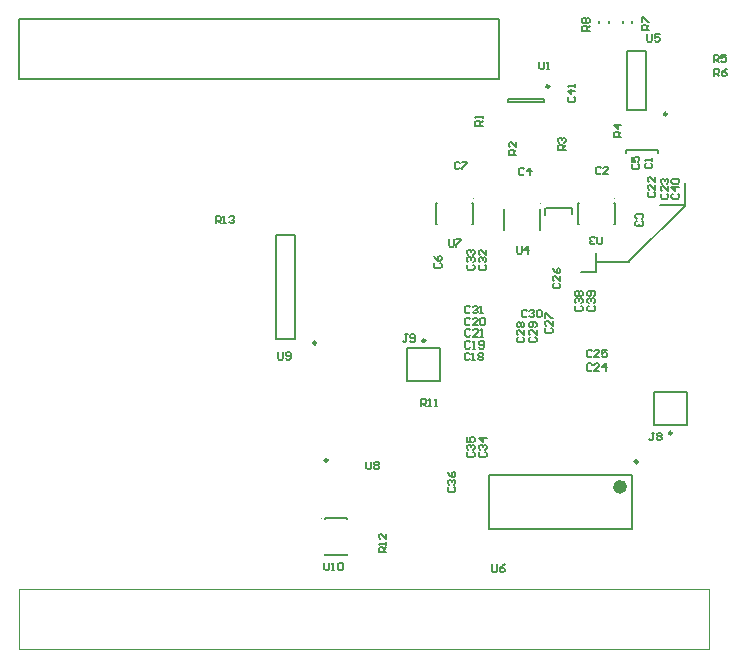
<source format=gto>
%FSLAX25Y25*%
%MOIN*%
G70*
G01*
G75*
G04 Layer_Color=65535*
%ADD10R,0.02362X0.01969*%
%ADD11R,0.01969X0.02362*%
%ADD12R,0.03937X0.03937*%
%ADD13R,0.02756X0.05118*%
%ADD14O,0.09843X0.02756*%
%ADD15O,0.00984X0.08709*%
%ADD16R,0.02165X0.05709*%
%ADD17R,0.02165X0.05709*%
%ADD18R,0.05709X0.02165*%
%ADD19R,0.05709X0.02165*%
%ADD20R,0.05500X0.05500*%
%ADD21C,0.00600*%
%ADD22C,0.01000*%
%ADD23R,0.04016X0.47795*%
%ADD24R,0.19930X0.02835*%
%ADD25R,0.05709X0.11535*%
%ADD26R,0.11693X0.05748*%
%ADD27R,0.09685X0.11614*%
%ADD28R,0.10354X0.24724*%
%ADD29R,0.03976X0.38622*%
%ADD30R,0.07756X0.05591*%
%ADD31R,0.02795X0.25433*%
%ADD32R,0.11102X0.04685*%
%ADD33R,0.22165X0.17244*%
%ADD34R,0.18858X0.15748*%
%ADD35R,0.03150X0.09449*%
%ADD36R,0.06299X0.06299*%
%ADD37R,0.04331X0.03937*%
%ADD38R,0.14756X0.04150*%
%ADD39C,0.04000*%
%ADD40C,0.05906*%
%ADD41R,0.05906X0.05906*%
%ADD42R,0.06000X0.06000*%
%ADD43C,0.06000*%
%ADD44C,0.02400*%
%ADD45C,0.01181*%
%ADD46C,0.03600*%
%ADD47R,0.06102X0.05512*%
%ADD48C,0.01969*%
%ADD49R,0.06732X0.10591*%
%ADD50R,0.03740X0.01811*%
%ADD51R,0.01614X0.03150*%
%ADD52R,0.01811X0.06772*%
%ADD53R,0.04134X0.15748*%
%ADD54R,0.05118X0.03150*%
%ADD55R,0.10827X0.05079*%
%ADD56R,0.04764X0.03898*%
%ADD57R,0.07559X0.05039*%
%ADD58R,0.07323X0.08110*%
%ADD59R,0.08425X0.10433*%
%ADD60R,0.04882X0.04803*%
%ADD61R,0.07008X0.05315*%
%ADD62R,0.03701X0.18425*%
%ADD63R,0.06299X0.10630*%
%ADD64R,0.04724X0.02362*%
%ADD65R,0.06299X0.01969*%
%ADD66R,0.12165X0.03661*%
%ADD67R,0.14488X0.02402*%
%ADD68R,0.05236X0.01969*%
%ADD69R,0.14724X0.11417*%
%ADD70C,0.00984*%
%ADD71C,0.02362*%
%ADD72C,0.00394*%
%ADD73C,0.00787*%
%ADD74C,0.00100*%
%ADD75C,0.00800*%
%ADD76C,0.00500*%
D21*
X182200Y151100D02*
Y153000D01*
X182600Y153400D01*
X191000D01*
X191500Y152900D01*
Y151200D02*
Y152900D01*
X194300Y132000D02*
X199376D01*
X199479Y132103D01*
Y138409D01*
X199800Y135200D02*
X210200D01*
X228900Y154200D02*
Y161638D01*
X220700Y154200D02*
X228900D01*
X209500Y171500D02*
Y172800D01*
X220000D01*
Y171500D02*
Y172800D01*
X210180Y135220D02*
X228900Y153939D01*
X160782Y71965D02*
X160366Y71549D01*
Y70716D01*
X160782Y70299D01*
X162449D01*
X162865Y70716D01*
Y71549D01*
X162449Y71965D01*
X160782Y72798D02*
X160366Y73215D01*
Y74048D01*
X160782Y74464D01*
X161199D01*
X161615Y74048D01*
Y73631D01*
Y74048D01*
X162032Y74464D01*
X162449D01*
X162865Y74048D01*
Y73215D01*
X162449Y72798D01*
X162865Y76547D02*
X160366D01*
X161615Y75297D01*
Y76964D01*
D70*
X183760Y193858D02*
G03*
X183760Y193858I-492J0D01*
G01*
X223012Y184615D02*
G03*
X223012Y184615I-492J0D01*
G01*
X106074Y108315D02*
G03*
X106074Y108315I-492J0D01*
G01*
X213259Y68724D02*
G03*
X213259Y68724I-492J0D01*
G01*
X142491Y109079D02*
G03*
X142491Y109079I-492J0D01*
G01*
X224692Y78269D02*
G03*
X224692Y78269I-492J0D01*
G01*
X109880Y69190D02*
G03*
X109880Y69190I-492J0D01*
G01*
D71*
X208534Y60358D02*
G03*
X208534Y60358I-1181J0D01*
G01*
D72*
X205680Y156519D02*
G03*
X205680Y156519I-197J0D01*
G01*
X180877Y154685D02*
G03*
X180877Y154685I-197J0D01*
G01*
X158436Y156519D02*
G03*
X158436Y156519I-197J0D01*
G01*
X107737Y49808D02*
G03*
X107737Y49808I-197J0D01*
G01*
D73*
X7000Y216297D02*
X167000D01*
X7000Y196297D02*
X167000D01*
X7000D02*
Y216297D01*
X167000Y196297D02*
Y216297D01*
X211496Y214910D02*
Y215698D01*
X208347Y214910D02*
Y215698D01*
X203633Y214847D02*
Y215634D01*
X200484Y214847D02*
Y215634D01*
X182087Y188543D02*
Y189724D01*
X169882Y188543D02*
Y189724D01*
X182087D01*
X169882Y188543D02*
X182087D01*
X209725Y205500D02*
X216024D01*
X209725Y185815D02*
X216024D01*
X209725D02*
Y205500D01*
X216024Y185815D02*
Y205500D01*
X99085Y109535D02*
Y144181D01*
X92786Y109535D02*
Y144181D01*
Y109535D02*
X99085D01*
X92786Y144181D02*
X99085D01*
X163652Y46224D02*
Y64295D01*
X211290Y46224D02*
Y64295D01*
X163652Y46224D02*
X211290D01*
X163652Y64295D02*
X211290D01*
X193377Y154945D02*
X193574D01*
X193377Y147858D02*
X193574D01*
X205385Y154945D02*
X205581D01*
X205385Y147858D02*
X205581D01*
Y154945D01*
X193377Y147858D02*
Y154945D01*
X168574Y153110D02*
X168771D01*
X168574Y146024D02*
X168771D01*
X180581Y153110D02*
X180778D01*
X180581Y146024D02*
X180778D01*
Y153110D01*
X168574Y146024D02*
Y153110D01*
X146133Y154945D02*
X146330D01*
X146133Y147858D02*
X146330D01*
X158141Y154945D02*
X158337D01*
X158141Y147858D02*
X158337D01*
Y154945D01*
X146133Y147858D02*
Y154945D01*
X136487Y95496D02*
Y106519D01*
X136487Y95496D02*
X147511D01*
Y106519D01*
X136487Y106519D02*
X147511D01*
X109115Y37701D02*
Y37898D01*
X116202Y37701D02*
Y37898D01*
X109115Y49709D02*
Y49906D01*
X116202Y49709D02*
Y49906D01*
X109115D02*
X116202D01*
X109115Y37701D02*
X116202D01*
X229712Y80828D02*
Y91851D01*
X218688Y91851D02*
X229712D01*
X218688Y80828D02*
Y91851D01*
X218688Y80828D02*
X229712D01*
D74*
X7000Y26297D02*
X17000D01*
X7000Y6297D02*
Y26297D01*
Y6297D02*
X17000D01*
X237000D01*
Y26297D01*
X17000D02*
X237000D01*
D75*
X176272Y118972D02*
X175856Y119389D01*
X175023D01*
X174606Y118972D01*
Y117306D01*
X175023Y116890D01*
X175856D01*
X176272Y117306D01*
X177105Y118972D02*
X177522Y119389D01*
X178355D01*
X178772Y118972D01*
Y118556D01*
X178355Y118139D01*
X177939D01*
X178355D01*
X178772Y117723D01*
Y117306D01*
X178355Y116890D01*
X177522D01*
X177105Y117306D01*
X179605Y118972D02*
X180021Y119389D01*
X180854D01*
X181271Y118972D01*
Y117306D01*
X180854Y116890D01*
X180021D01*
X179605Y117306D01*
Y118972D01*
X190317Y190366D02*
X189901Y189950D01*
Y189117D01*
X190317Y188700D01*
X191983D01*
X192400Y189117D01*
Y189950D01*
X191983Y190366D01*
X192400Y192449D02*
X189901D01*
X191150Y191199D01*
Y192865D01*
X192400Y193698D02*
Y194531D01*
Y194115D01*
X189901D01*
X190317Y193698D01*
X216400Y211299D02*
Y209216D01*
X216816Y208800D01*
X217650D01*
X218066Y209216D01*
Y211299D01*
X220565D02*
X218899D01*
Y210050D01*
X219732Y210466D01*
X220149D01*
X220565Y210050D01*
Y209216D01*
X220149Y208800D01*
X219316D01*
X218899Y209216D01*
X201448Y143664D02*
Y141582D01*
X201031Y141165D01*
X200198D01*
X199782Y141582D01*
Y143664D01*
X198949Y143248D02*
X198532Y143664D01*
X197699D01*
X197282Y143248D01*
Y142831D01*
X197699Y142415D01*
X198115D01*
X197699D01*
X197282Y141998D01*
Y141582D01*
X197699Y141165D01*
X198532D01*
X198949Y141582D01*
X172800Y171000D02*
X170301D01*
Y172250D01*
X170717Y172666D01*
X171550D01*
X171967Y172250D01*
Y171000D01*
Y171833D02*
X172800Y172666D01*
Y175165D02*
Y173499D01*
X171134Y175165D01*
X170717D01*
X170301Y174749D01*
Y173916D01*
X170717Y173499D01*
X153901Y168283D02*
X153485Y168699D01*
X152652D01*
X152235Y168283D01*
Y166616D01*
X152652Y166200D01*
X153485D01*
X153901Y166616D01*
X154734Y168699D02*
X156400D01*
Y168283D01*
X154734Y166616D01*
Y166200D01*
X145817Y134966D02*
X145401Y134550D01*
Y133716D01*
X145817Y133300D01*
X147484D01*
X147900Y133716D01*
Y134550D01*
X147484Y134966D01*
X145401Y137465D02*
X145817Y136632D01*
X146650Y135799D01*
X147484D01*
X147900Y136216D01*
Y137049D01*
X147484Y137465D01*
X147067D01*
X146650Y137049D01*
Y135799D01*
X211617Y167966D02*
X211201Y167550D01*
Y166717D01*
X211617Y166300D01*
X213283D01*
X213700Y166717D01*
Y167550D01*
X213283Y167966D01*
X211201Y170465D02*
Y168799D01*
X212450D01*
X212034Y169632D01*
Y170049D01*
X212450Y170465D01*
X213283D01*
X213700Y170049D01*
Y169216D01*
X213283Y168799D01*
X175366Y166383D02*
X174950Y166799D01*
X174117D01*
X173700Y166383D01*
Y164716D01*
X174117Y164300D01*
X174950D01*
X175366Y164716D01*
X177449Y164300D02*
Y166799D01*
X176199Y165550D01*
X177865D01*
X214554Y149735D02*
X214970Y150152D01*
Y150985D01*
X214554Y151401D01*
X212888D01*
X212471Y150985D01*
Y150152D01*
X212888Y149735D01*
X214554Y148902D02*
X214970Y148486D01*
Y147653D01*
X214554Y147236D01*
X214137D01*
X213721Y147653D01*
Y148069D01*
Y147653D01*
X213304Y147236D01*
X212888D01*
X212471Y147653D01*
Y148486D01*
X212888Y148902D01*
X200966Y166683D02*
X200550Y167099D01*
X199716D01*
X199300Y166683D01*
Y165016D01*
X199716Y164600D01*
X200550D01*
X200966Y165016D01*
X203465Y164600D02*
X201799D01*
X203465Y166266D01*
Y166683D01*
X203049Y167099D01*
X202216D01*
X201799Y166683D01*
X216017Y168166D02*
X215601Y167750D01*
Y166917D01*
X216017Y166500D01*
X217684D01*
X218100Y166917D01*
Y167750D01*
X217684Y168166D01*
X218100Y168999D02*
Y169832D01*
Y169416D01*
X215601D01*
X216017Y168999D01*
X72600Y148200D02*
Y150699D01*
X73850D01*
X74266Y150283D01*
Y149450D01*
X73850Y149033D01*
X72600D01*
X73433D02*
X74266Y148200D01*
X75099D02*
X75932D01*
X75516D01*
Y150699D01*
X75099Y150283D01*
X77182D02*
X77598Y150699D01*
X78431D01*
X78848Y150283D01*
Y149866D01*
X78431Y149450D01*
X78015D01*
X78431D01*
X78848Y149033D01*
Y148617D01*
X78431Y148200D01*
X77598D01*
X77182Y148617D01*
X129400Y38500D02*
X126901D01*
Y39750D01*
X127317Y40166D01*
X128150D01*
X128567Y39750D01*
Y38500D01*
Y39333D02*
X129400Y40166D01*
Y40999D02*
Y41832D01*
Y41416D01*
X126901D01*
X127317Y40999D01*
X129400Y44748D02*
Y43082D01*
X127734Y44748D01*
X127317D01*
X126901Y44331D01*
Y43498D01*
X127317Y43082D01*
X141000Y87200D02*
Y89699D01*
X142250D01*
X142666Y89283D01*
Y88450D01*
X142250Y88033D01*
X141000D01*
X141833D02*
X142666Y87200D01*
X143499D02*
X144332D01*
X143916D01*
Y89699D01*
X143499Y89283D01*
X145582Y87200D02*
X146415D01*
X145998D01*
Y89699D01*
X145582Y89283D01*
X224917Y158066D02*
X224501Y157650D01*
Y156816D01*
X224917Y156400D01*
X226584D01*
X227000Y156816D01*
Y157650D01*
X226584Y158066D01*
X227000Y160149D02*
X224501D01*
X225750Y158899D01*
Y160565D01*
X224917Y161398D02*
X224501Y161815D01*
Y162648D01*
X224917Y163065D01*
X226584D01*
X227000Y162648D01*
Y161815D01*
X226584Y161398D01*
X224917D01*
X196917Y120666D02*
X196501Y120250D01*
Y119416D01*
X196917Y119000D01*
X198583D01*
X199000Y119416D01*
Y120250D01*
X198583Y120666D01*
X196917Y121499D02*
X196501Y121916D01*
Y122749D01*
X196917Y123165D01*
X197334D01*
X197750Y122749D01*
Y122332D01*
Y122749D01*
X198167Y123165D01*
X198583D01*
X199000Y122749D01*
Y121916D01*
X198583Y121499D01*
Y123998D02*
X199000Y124415D01*
Y125248D01*
X198583Y125664D01*
X196917D01*
X196501Y125248D01*
Y124415D01*
X196917Y123998D01*
X197334D01*
X197750Y124415D01*
Y125664D01*
X192839Y120666D02*
X192422Y120250D01*
Y119416D01*
X192839Y119000D01*
X194505D01*
X194921Y119416D01*
Y120250D01*
X194505Y120666D01*
X192839Y121499D02*
X192422Y121916D01*
Y122749D01*
X192839Y123165D01*
X193255D01*
X193672Y122749D01*
Y122332D01*
Y122749D01*
X194088Y123165D01*
X194505D01*
X194921Y122749D01*
Y121916D01*
X194505Y121499D01*
X192839Y123998D02*
X192422Y124415D01*
Y125248D01*
X192839Y125664D01*
X193255D01*
X193672Y125248D01*
X194088Y125664D01*
X194505D01*
X194921Y125248D01*
Y124415D01*
X194505Y123998D01*
X194088D01*
X193672Y124415D01*
X193255Y123998D01*
X192839D01*
X193672Y124415D02*
Y125248D01*
X150417Y60266D02*
X150001Y59850D01*
Y59017D01*
X150417Y58600D01*
X152084D01*
X152500Y59017D01*
Y59850D01*
X152084Y60266D01*
X150417Y61099D02*
X150001Y61516D01*
Y62349D01*
X150417Y62765D01*
X150834D01*
X151250Y62349D01*
Y61932D01*
Y62349D01*
X151667Y62765D01*
X152084D01*
X152500Y62349D01*
Y61516D01*
X152084Y61099D01*
X150001Y65264D02*
X150417Y64431D01*
X151250Y63598D01*
X152084D01*
X152500Y64015D01*
Y64848D01*
X152084Y65264D01*
X151667D01*
X151250Y64848D01*
Y63598D01*
X156845Y71965D02*
X156429Y71549D01*
Y70716D01*
X156845Y70299D01*
X158511D01*
X158928Y70716D01*
Y71549D01*
X158511Y71965D01*
X156845Y72798D02*
X156429Y73215D01*
Y74048D01*
X156845Y74464D01*
X157262D01*
X157678Y74048D01*
Y73631D01*
Y74048D01*
X158095Y74464D01*
X158511D01*
X158928Y74048D01*
Y73215D01*
X158511Y72798D01*
X156429Y76964D02*
Y75297D01*
X157678D01*
X157262Y76130D01*
Y76547D01*
X157678Y76964D01*
X158511D01*
X158928Y76547D01*
Y75714D01*
X158511Y75297D01*
X156837Y134451D02*
X156420Y134035D01*
Y133202D01*
X156837Y132785D01*
X158503D01*
X158920Y133202D01*
Y134035D01*
X158503Y134451D01*
X156837Y135284D02*
X156420Y135701D01*
Y136534D01*
X156837Y136951D01*
X157253D01*
X157670Y136534D01*
Y136117D01*
Y136534D01*
X158087Y136951D01*
X158503D01*
X158920Y136534D01*
Y135701D01*
X158503Y135284D01*
X156837Y137784D02*
X156420Y138200D01*
Y139033D01*
X156837Y139450D01*
X157253D01*
X157670Y139033D01*
Y138617D01*
Y139033D01*
X158087Y139450D01*
X158503D01*
X158920Y139033D01*
Y138200D01*
X158503Y137784D01*
X160717Y134366D02*
X160301Y133950D01*
Y133116D01*
X160717Y132700D01*
X162383D01*
X162800Y133116D01*
Y133950D01*
X162383Y134366D01*
X160717Y135199D02*
X160301Y135616D01*
Y136449D01*
X160717Y136865D01*
X161134D01*
X161550Y136449D01*
Y136032D01*
Y136449D01*
X161967Y136865D01*
X162383D01*
X162800Y136449D01*
Y135616D01*
X162383Y135199D01*
X162800Y139365D02*
Y137698D01*
X161134Y139365D01*
X160717D01*
X160301Y138948D01*
Y138115D01*
X160717Y137698D01*
X157366Y120272D02*
X156950Y120688D01*
X156116D01*
X155700Y120272D01*
Y118605D01*
X156116Y118189D01*
X156950D01*
X157366Y118605D01*
X158199Y120272D02*
X158616Y120688D01*
X159449D01*
X159865Y120272D01*
Y119855D01*
X159449Y119439D01*
X159032D01*
X159449D01*
X159865Y119022D01*
Y118605D01*
X159449Y118189D01*
X158616D01*
X158199Y118605D01*
X160698Y118189D02*
X161531D01*
X161115D01*
Y120688D01*
X160698Y120272D01*
X177445Y110166D02*
X177028Y109750D01*
Y108916D01*
X177445Y108500D01*
X179111D01*
X179527Y108916D01*
Y109750D01*
X179111Y110166D01*
X179527Y112665D02*
Y110999D01*
X177861Y112665D01*
X177445D01*
X177028Y112249D01*
Y111416D01*
X177445Y110999D01*
X179111Y113498D02*
X179527Y113915D01*
Y114748D01*
X179111Y115164D01*
X177445D01*
X177028Y114748D01*
Y113915D01*
X177445Y113498D01*
X177861D01*
X178278Y113915D01*
Y115164D01*
X173417Y110166D02*
X173001Y109750D01*
Y108916D01*
X173417Y108500D01*
X175083D01*
X175500Y108916D01*
Y109750D01*
X175083Y110166D01*
X175500Y112665D02*
Y110999D01*
X173834Y112665D01*
X173417D01*
X173001Y112249D01*
Y111416D01*
X173417Y110999D01*
Y113498D02*
X173001Y113915D01*
Y114748D01*
X173417Y115164D01*
X173834D01*
X174250Y114748D01*
X174667Y115164D01*
X175083D01*
X175500Y114748D01*
Y113915D01*
X175083Y113498D01*
X174667D01*
X174250Y113915D01*
X173834Y113498D01*
X173417D01*
X174250Y113915D02*
Y114748D01*
X182799Y113266D02*
X182382Y112850D01*
Y112016D01*
X182799Y111600D01*
X184465D01*
X184881Y112016D01*
Y112850D01*
X184465Y113266D01*
X184881Y115765D02*
Y114099D01*
X183215Y115765D01*
X182799D01*
X182382Y115349D01*
Y114516D01*
X182799Y114099D01*
X182382Y116598D02*
Y118264D01*
X182799D01*
X184465Y116598D01*
X184881D01*
X185417Y128166D02*
X185001Y127750D01*
Y126917D01*
X185417Y126500D01*
X187083D01*
X187500Y126917D01*
Y127750D01*
X187083Y128166D01*
X187500Y130665D02*
Y128999D01*
X185834Y130665D01*
X185417D01*
X185001Y130249D01*
Y129416D01*
X185417Y128999D01*
X185001Y133165D02*
X185417Y132331D01*
X186250Y131498D01*
X187083D01*
X187500Y131915D01*
Y132748D01*
X187083Y133165D01*
X186667D01*
X186250Y132748D01*
Y131498D01*
X197996Y105583D02*
X197579Y105999D01*
X196746D01*
X196330Y105583D01*
Y103917D01*
X196746Y103500D01*
X197579D01*
X197996Y103917D01*
X200495Y103500D02*
X198829D01*
X200495Y105166D01*
Y105583D01*
X200078Y105999D01*
X199245D01*
X198829Y105583D01*
X202994Y105999D02*
X201328D01*
Y104750D01*
X202161Y105166D01*
X202578D01*
X202994Y104750D01*
Y103917D01*
X202578Y103500D01*
X201745D01*
X201328Y103917D01*
X197996Y101083D02*
X197579Y101499D01*
X196746D01*
X196330Y101083D01*
Y99417D01*
X196746Y99000D01*
X197579D01*
X197996Y99417D01*
X200495Y99000D02*
X198829D01*
X200495Y100666D01*
Y101083D01*
X200078Y101499D01*
X199245D01*
X198829Y101083D01*
X202578Y99000D02*
Y101499D01*
X201328Y100250D01*
X202994D01*
X221417Y158066D02*
X221001Y157650D01*
Y156816D01*
X221417Y156400D01*
X223083D01*
X223500Y156816D01*
Y157650D01*
X223083Y158066D01*
X223500Y160565D02*
Y158899D01*
X221834Y160565D01*
X221417D01*
X221001Y160149D01*
Y159316D01*
X221417Y158899D01*
Y161398D02*
X221001Y161815D01*
Y162648D01*
X221417Y163065D01*
X221834D01*
X222250Y162648D01*
Y162231D01*
Y162648D01*
X222667Y163065D01*
X223083D01*
X223500Y162648D01*
Y161815D01*
X223083Y161398D01*
X217017Y158566D02*
X216601Y158150D01*
Y157317D01*
X217017Y156900D01*
X218684D01*
X219100Y157317D01*
Y158150D01*
X218684Y158566D01*
X219100Y161065D02*
Y159399D01*
X217434Y161065D01*
X217017D01*
X216601Y160649D01*
Y159816D01*
X217017Y159399D01*
X219100Y163565D02*
Y161898D01*
X217434Y163565D01*
X217017D01*
X216601Y163148D01*
Y162315D01*
X217017Y161898D01*
X157466Y112483D02*
X157050Y112899D01*
X156217D01*
X155800Y112483D01*
Y110817D01*
X156217Y110400D01*
X157050D01*
X157466Y110817D01*
X159965Y110400D02*
X158299D01*
X159965Y112066D01*
Y112483D01*
X159549Y112899D01*
X158716D01*
X158299Y112483D01*
X160798Y110400D02*
X161631D01*
X161215D01*
Y112899D01*
X160798Y112483D01*
X157366Y116383D02*
X156950Y116799D01*
X156116D01*
X155700Y116383D01*
Y114716D01*
X156116Y114300D01*
X156950D01*
X157366Y114716D01*
X159865Y114300D02*
X158199D01*
X159865Y115966D01*
Y116383D01*
X159449Y116799D01*
X158616D01*
X158199Y116383D01*
X160698D02*
X161115Y116799D01*
X161948D01*
X162364Y116383D01*
Y114716D01*
X161948Y114300D01*
X161115D01*
X160698Y114716D01*
Y116383D01*
X157366Y108483D02*
X156950Y108899D01*
X156116D01*
X155700Y108483D01*
Y106816D01*
X156116Y106400D01*
X156950D01*
X157366Y106816D01*
X158199Y106400D02*
X159032D01*
X158616D01*
Y108899D01*
X158199Y108483D01*
X160282Y106816D02*
X160698Y106400D01*
X161531D01*
X161948Y106816D01*
Y108483D01*
X161531Y108899D01*
X160698D01*
X160282Y108483D01*
Y108066D01*
X160698Y107650D01*
X161948D01*
X157266Y104583D02*
X156850Y104999D01*
X156017D01*
X155600Y104583D01*
Y102917D01*
X156017Y102500D01*
X156850D01*
X157266Y102917D01*
X158099Y102500D02*
X158932D01*
X158516D01*
Y104999D01*
X158099Y104583D01*
X160182D02*
X160598Y104999D01*
X161431D01*
X161848Y104583D01*
Y104166D01*
X161431Y103750D01*
X161848Y103333D01*
Y102917D01*
X161431Y102500D01*
X160598D01*
X160182Y102917D01*
Y103333D01*
X160598Y103750D01*
X160182Y104166D01*
Y104583D01*
X160598Y103750D02*
X161431D01*
X108800Y34999D02*
Y32917D01*
X109216Y32500D01*
X110050D01*
X110466Y32917D01*
Y34999D01*
X111299Y32500D02*
X112132D01*
X111716D01*
Y34999D01*
X111299Y34583D01*
X113382D02*
X113798Y34999D01*
X114631D01*
X115048Y34583D01*
Y32917D01*
X114631Y32500D01*
X113798D01*
X113382Y32917D01*
Y34583D01*
X93400Y105295D02*
Y103212D01*
X93817Y102795D01*
X94650D01*
X95066Y103212D01*
Y105295D01*
X95899Y103212D02*
X96316Y102795D01*
X97149D01*
X97565Y103212D01*
Y104878D01*
X97149Y105295D01*
X96316D01*
X95899Y104878D01*
Y104461D01*
X96316Y104045D01*
X97565D01*
X122800Y68799D02*
Y66716D01*
X123216Y66300D01*
X124050D01*
X124466Y66716D01*
Y68799D01*
X125299Y68383D02*
X125716Y68799D01*
X126549D01*
X126965Y68383D01*
Y67966D01*
X126549Y67550D01*
X126965Y67133D01*
Y66716D01*
X126549Y66300D01*
X125716D01*
X125299Y66716D01*
Y67133D01*
X125716Y67550D01*
X125299Y67966D01*
Y68383D01*
X125716Y67550D02*
X126549D01*
X150300Y142899D02*
Y140816D01*
X150716Y140400D01*
X151550D01*
X151966Y140816D01*
Y142899D01*
X152799D02*
X154465D01*
Y142483D01*
X152799Y140816D01*
Y140400D01*
X164700Y34499D02*
Y32416D01*
X165117Y32000D01*
X165950D01*
X166366Y32416D01*
Y34499D01*
X168865D02*
X168032Y34083D01*
X167199Y33250D01*
Y32416D01*
X167616Y32000D01*
X168449D01*
X168865Y32416D01*
Y32833D01*
X168449Y33250D01*
X167199D01*
X197200Y212400D02*
X194701D01*
Y213650D01*
X195117Y214066D01*
X195950D01*
X196367Y213650D01*
Y212400D01*
Y213233D02*
X197200Y214066D01*
X195117Y214899D02*
X194701Y215316D01*
Y216149D01*
X195117Y216565D01*
X195534D01*
X195950Y216149D01*
X196367Y216565D01*
X196783D01*
X197200Y216149D01*
Y215316D01*
X196783Y214899D01*
X196367D01*
X195950Y215316D01*
X195534Y214899D01*
X195117D01*
X195950Y215316D02*
Y216149D01*
X217100Y212700D02*
X214601D01*
Y213950D01*
X215017Y214366D01*
X215850D01*
X216267Y213950D01*
Y212700D01*
Y213533D02*
X217100Y214366D01*
X214601Y215199D02*
Y216865D01*
X215017D01*
X216684Y215199D01*
X217100D01*
X238700Y197300D02*
Y199799D01*
X239950D01*
X240366Y199383D01*
Y198550D01*
X239950Y198133D01*
X238700D01*
X239533D02*
X240366Y197300D01*
X242865Y199799D02*
X242032Y199383D01*
X241199Y198550D01*
Y197716D01*
X241616Y197300D01*
X242449D01*
X242865Y197716D01*
Y198133D01*
X242449Y198550D01*
X241199D01*
X238600Y201900D02*
Y204399D01*
X239850D01*
X240266Y203983D01*
Y203150D01*
X239850Y202733D01*
X238600D01*
X239433D02*
X240266Y201900D01*
X242765Y204399D02*
X241099D01*
Y203150D01*
X241932Y203566D01*
X242349D01*
X242765Y203150D01*
Y202316D01*
X242349Y201900D01*
X241516D01*
X241099Y202316D01*
X136578Y111199D02*
X135745D01*
X136162D01*
Y109116D01*
X135745Y108700D01*
X135329D01*
X134912Y109116D01*
X137411D02*
X137828Y108700D01*
X138661D01*
X139078Y109116D01*
Y110783D01*
X138661Y111199D01*
X137828D01*
X137411Y110783D01*
Y110366D01*
X137828Y109950D01*
X139078D01*
X218766Y78399D02*
X217933D01*
X218350D01*
Y76316D01*
X217933Y75900D01*
X217516D01*
X217100Y76316D01*
X219599Y77983D02*
X220016Y78399D01*
X220849D01*
X221265Y77983D01*
Y77566D01*
X220849Y77150D01*
X221265Y76733D01*
Y76316D01*
X220849Y75900D01*
X220016D01*
X219599Y76316D01*
Y76733D01*
X220016Y77150D01*
X219599Y77566D01*
Y77983D01*
X220016Y77150D02*
X220849D01*
X180500Y202099D02*
Y200016D01*
X180917Y199600D01*
X181750D01*
X182166Y200016D01*
Y202099D01*
X182999Y199600D02*
X183832D01*
X183416D01*
Y202099D01*
X182999Y201683D01*
X161600Y180800D02*
X159101D01*
Y182050D01*
X159517Y182466D01*
X160350D01*
X160767Y182050D01*
Y180800D01*
Y181633D02*
X161600Y182466D01*
Y183299D02*
Y184132D01*
Y183716D01*
X159101D01*
X159517Y183299D01*
X189200Y172600D02*
X186701D01*
Y173850D01*
X187117Y174266D01*
X187950D01*
X188367Y173850D01*
Y172600D01*
Y173433D02*
X189200Y174266D01*
X187117Y175099D02*
X186701Y175516D01*
Y176349D01*
X187117Y176765D01*
X187534D01*
X187950Y176349D01*
Y175932D01*
Y176349D01*
X188367Y176765D01*
X188784D01*
X189200Y176349D01*
Y175516D01*
X188784Y175099D01*
X207800Y177100D02*
X205301D01*
Y178350D01*
X205717Y178766D01*
X206550D01*
X206967Y178350D01*
Y177100D01*
Y177933D02*
X207800Y178766D01*
Y180849D02*
X205301D01*
X206550Y179599D01*
Y181265D01*
D76*
X173000Y140599D02*
Y138516D01*
X173416Y138100D01*
X174250D01*
X174666Y138516D01*
Y140599D01*
X176749Y138100D02*
Y140599D01*
X175499Y139350D01*
X177165D01*
M02*

</source>
